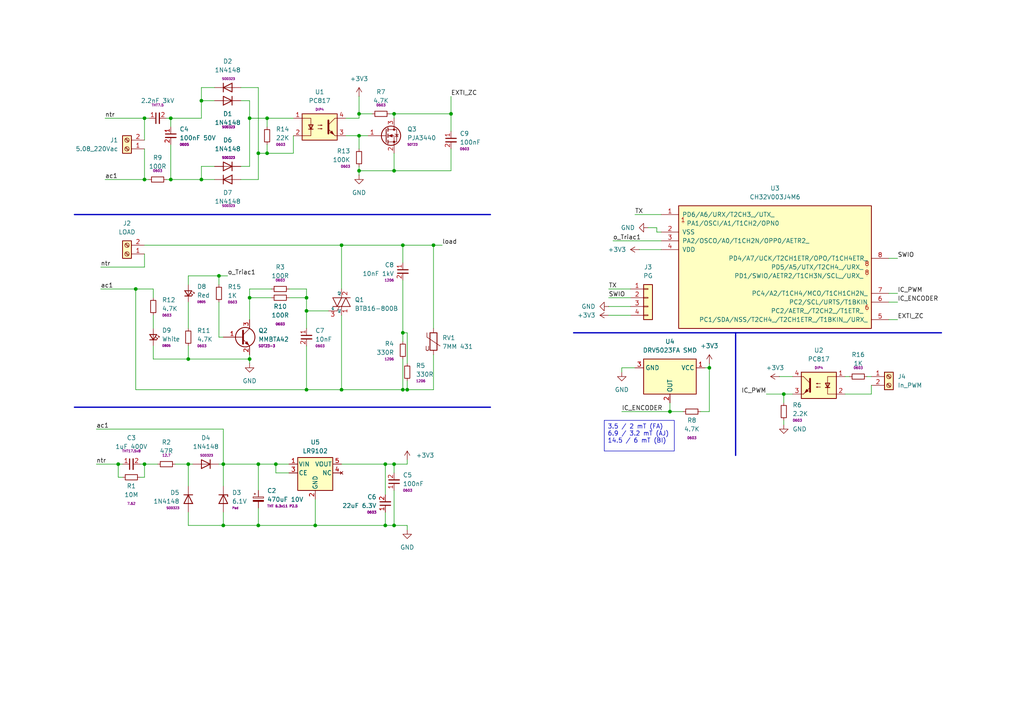
<source format=kicad_sch>
(kicad_sch (version 20250114) (generator "eeschema") (generator_version "9.0")
  (paper "A4")
  (title_block (title "PCutSpeedCTRL") (date "2025-04-01") (rev "V01") (company "hasankara.info"))
  (text_box "3.5 / 2 mT (FA)\n6.9 / 3.2 mT (AJ)\n14.5 / 6 mT (BI)" (at 175.26 121.92 0) (size 20.32 8.89) (margins 0.9525 0.9525 0.9525 0.9525) (effects (font (size 1.27 1.27)) (justify left top)))
  (junction (at 72.39 86.36))
  (junction (at 64.77 134.62))
  (junction (at 114.3 134.62))
  (junction (at 99.06 113.03))
  (junction (at 116.84 71.12))
  (junction (at 104.14 33.02))
  (junction (at 80.01 134.62))
  (junction (at 72.39 104.14))
  (junction (at 39.37 83.82))
  (junction (at 104.14 49.53))
  (junction (at 114.3 49.53))
  (junction (at 118.11 113.03))
  (junction (at 104.14 39.37))
  (junction (at 91.44 152.4))
  (junction (at 111.76 134.62))
  (junction (at 49.53 34.29))
  (junction (at 74.93 152.4))
  (junction (at 58.42 52.07))
  (junction (at 116.84 113.03))
  (junction (at 72.39 34.29))
  (junction (at 125.73 71.12))
  (junction (at 77.47 34.29))
  (junction (at 41.91 34.29))
  (junction (at 227.33 114.3))
  (junction (at 58.42 29.21))
  (junction (at 205.74 106.68))
  (junction (at 88.9 113.03))
  (junction (at 49.53 52.07))
  (junction (at 114.3 33.02))
  (junction (at 54.61 134.62))
  (junction (at 74.93 44.45))
  (junction (at 41.91 134.62))
  (junction (at 54.61 104.14))
  (junction (at 194.31 119.38))
  (junction (at 88.9 86.36))
  (junction (at 114.3 152.4))
  (junction (at 63.5 80.01))
  (junction (at 88.9 90.17))
  (junction (at 74.93 134.62))
  (junction (at 77.47 44.45))
  (junction (at 116.84 96.52))
  (junction (at 111.76 152.4))
  (junction (at 34.29 134.62))
  (junction (at 41.91 52.07))
  (junction (at 99.06 71.12))
  (junction (at 64.77 152.4))
  (junction (at 130.81 33.02))
  (wire (pts (xy 30.48 34.29) (xy 41.91 34.29)))
  (wire (pts (xy 104.14 39.37) (xy 100.33 39.37)))
  (wire (pts (xy 58.42 48.26) (xy 62.23 48.26)))
  (wire (pts (xy 130.81 49.53) (xy 130.81 43.18)))
  (wire (pts (xy 44.45 91.44) (xy 44.45 95.25)))
  (wire (pts (xy 74.93 25.4) (xy 69.85 25.4)))
  (wire (pts (xy 104.14 39.37) (xy 106.68 39.37)))
  (wire (pts (xy 54.61 87.63) (xy 54.61 95.25)))
  (wire (pts (xy 203.2 119.38) (xy 205.74 119.38)))
  (wire (pts (xy 49.53 36.83) (xy 49.53 34.29)))
  (wire (pts (xy 125.73 71.12) (xy 125.73 95.25)))
  (wire (pts (xy 190.5 67.31) (xy 191.77 67.31)))
  (wire (pts (xy 111.76 134.62) (xy 111.76 143.51)))
  (wire (pts (xy 182.88 91.44) (xy 176.53 91.44)))
  (wire (pts (xy 72.39 86.36) (xy 72.39 92.71)))
  (wire (pts (xy 114.3 33.02) (xy 114.3 34.29)))
  (wire (pts (xy 190.5 66.04) (xy 190.5 67.31)))
  (wire (pts (xy 113.03 33.02) (xy 114.3 33.02)))
  (wire (pts (xy 44.45 100.33) (xy 44.45 104.14)))
  (wire (pts (xy 72.39 83.82) (xy 78.74 83.82)))
  (wire (pts (xy 252.73 109.22) (xy 251.46 109.22)))
  (wire (pts (xy 116.84 71.12) (xy 116.84 76.2)))
  (wire (pts (xy 104.14 50.8) (xy 104.14 49.53)))
  (polyline (pts (xy 21.59 62.23) (xy 142.24 62.23)) (stroke (width 0.381)))
  (wire (pts (xy 91.44 152.4) (xy 111.76 152.4)))
  (wire (pts (xy 111.76 148.59) (xy 111.76 152.4)))
  (wire (pts (xy 54.61 80.01) (xy 54.61 82.55)))
  (wire (pts (xy 64.77 124.46) (xy 64.77 134.62)))
  (wire (pts (xy 185.42 72.39) (xy 191.77 72.39)))
  (wire (pts (xy 80.01 134.62) (xy 80.01 137.16)))
  (polyline (pts (xy 213.36 132.08) (xy 213.36 96.52)) (stroke (width 0.381)))
  (wire (pts (xy 80.01 134.62) (xy 83.82 134.62)))
  (wire (pts (xy 227.33 123.19) (xy 227.33 121.92)))
  (wire (pts (xy 72.39 29.21) (xy 72.39 34.29)))
  (wire (pts (xy 74.93 134.62) (xy 74.93 142.24)))
  (wire (pts (xy 72.39 34.29) (xy 72.39 48.26)))
  (wire (pts (xy 116.84 96.52) (xy 116.84 99.06)))
  (wire (pts (xy 54.61 100.33) (xy 54.61 104.14)))
  (wire (pts (xy 72.39 48.26) (xy 69.85 48.26)))
  (wire (pts (xy 77.47 36.83) (xy 77.47 34.29)))
  (wire (pts (xy 27.94 124.46) (xy 64.77 124.46)))
  (wire (pts (xy 54.61 152.4) (xy 54.61 148.59)))
  (wire (pts (xy 74.93 134.62) (xy 80.01 134.62)))
  (wire (pts (xy 54.61 104.14) (xy 72.39 104.14)))
  (wire (pts (xy 180.34 107.95) (xy 180.34 106.68)))
  (wire (pts (xy 194.31 119.38) (xy 198.12 119.38)))
  (wire (pts (xy 118.11 110.49) (xy 118.11 113.03)))
  (wire (pts (xy 72.39 105.41) (xy 72.39 104.14)))
  (wire (pts (xy 58.42 25.4) (xy 58.42 29.21)))
  (wire (pts (xy 104.14 33.02) (xy 104.14 27.94)))
  (wire (pts (xy 72.39 86.36) (xy 78.74 86.36)))
  (wire (pts (xy 125.73 71.12) (xy 128.27 71.12)))
  (wire (pts (xy 118.11 96.52) (xy 116.84 96.52)))
  (wire (pts (xy 130.81 27.94) (xy 130.81 33.02)))
  (wire (pts (xy 74.93 44.45) (xy 74.93 25.4)))
  (wire (pts (xy 99.06 91.44) (xy 99.06 113.03)))
  (wire (pts (xy 64.77 148.59) (xy 64.77 152.4)))
  (wire (pts (xy 77.47 44.45) (xy 85.09 44.45)))
  (wire (pts (xy 227.33 116.84) (xy 227.33 114.3)))
  (wire (pts (xy 226.06 109.22) (xy 229.87 109.22)))
  (wire (pts (xy 62.23 25.4) (xy 58.42 25.4)))
  (wire (pts (xy 49.53 41.91) (xy 49.53 52.07)))
  (polyline (pts (xy 166.37 96.52) (xy 273.05 96.52)) (stroke (width 0.381)))
  (wire (pts (xy 63.5 87.63) (xy 63.5 97.79)))
  (wire (pts (xy 34.29 138.43) (xy 35.56 138.43)))
  (wire (pts (xy 64.77 134.62) (xy 74.93 134.62)))
  (wire (pts (xy 257.81 74.93) (xy 260.35 74.93)))
  (wire (pts (xy 180.34 106.68) (xy 184.15 106.68)))
  (wire (pts (xy 77.47 34.29) (xy 85.09 34.29)))
  (wire (pts (xy 48.26 52.07) (xy 49.53 52.07)))
  (wire (pts (xy 74.93 44.45) (xy 74.93 52.07)))
  (wire (pts (xy 54.61 134.62) (xy 54.61 140.97)))
  (wire (pts (xy 88.9 90.17) (xy 95.25 90.17)))
  (wire (pts (xy 88.9 113.03) (xy 99.06 113.03)))
  (wire (pts (xy 63.5 134.62) (xy 64.77 134.62)))
  (wire (pts (xy 41.91 71.12) (xy 99.06 71.12)))
  (wire (pts (xy 72.39 34.29) (xy 77.47 34.29)))
  (wire (pts (xy 74.93 152.4) (xy 91.44 152.4)))
  (wire (pts (xy 88.9 83.82) (xy 88.9 86.36)))
  (wire (pts (xy 69.85 52.07) (xy 74.93 52.07)))
  (wire (pts (xy 184.15 62.23) (xy 191.77 62.23)))
  (wire (pts (xy 100.33 34.29) (xy 104.14 34.29)))
  (wire (pts (xy 111.76 152.4) (xy 114.3 152.4)))
  (wire (pts (xy 41.91 43.18) (xy 41.91 52.07)))
  (wire (pts (xy 176.53 86.36) (xy 182.88 86.36)))
  (wire (pts (xy 62.23 52.07) (xy 58.42 52.07)))
  (wire (pts (xy 72.39 104.14) (xy 72.39 102.87)))
  (wire (pts (xy 104.14 48.26) (xy 104.14 49.53)))
  (wire (pts (xy 64.77 152.4) (xy 74.93 152.4)))
  (wire (pts (xy 227.33 114.3) (xy 229.87 114.3)))
  (wire (pts (xy 118.11 113.03) (xy 125.73 113.03)))
  (wire (pts (xy 118.11 133.35) (xy 118.11 134.62)))
  (wire (pts (xy 176.53 83.82) (xy 182.88 83.82)))
  (wire (pts (xy 99.06 71.12) (xy 99.06 83.82)))
  (wire (pts (xy 246.38 109.22) (xy 245.11 109.22)))
  (wire (pts (xy 99.06 134.62) (xy 111.76 134.62)))
  (wire (pts (xy 114.3 44.45) (xy 114.3 49.53)))
  (wire (pts (xy 252.73 114.3) (xy 245.11 114.3)))
  (wire (pts (xy 74.93 147.32) (xy 74.93 152.4)))
  (wire (pts (xy 252.73 111.76) (xy 252.73 114.3)))
  (wire (pts (xy 49.53 52.07) (xy 58.42 52.07)))
  (wire (pts (xy 40.64 138.43) (xy 41.91 138.43)))
  (wire (pts (xy 83.82 137.16) (xy 80.01 137.16)))
  (wire (pts (xy 74.93 44.45) (xy 77.47 44.45)))
  (wire (pts (xy 69.85 29.21) (xy 72.39 29.21)))
  (wire (pts (xy 88.9 100.33) (xy 88.9 113.03)))
  (wire (pts (xy 72.39 86.36) (xy 72.39 83.82)))
  (wire (pts (xy 88.9 90.17) (xy 88.9 86.36)))
  (wire (pts (xy 41.91 134.62) (xy 45.72 134.62)))
  (wire (pts (xy 104.14 34.29) (xy 104.14 33.02)))
  (wire (pts (xy 48.26 34.29) (xy 49.53 34.29)))
  (wire (pts (xy 54.61 152.4) (xy 64.77 152.4)))
  (wire (pts (xy 54.61 134.62) (xy 55.88 134.62)))
  (wire (pts (xy 116.84 71.12) (xy 125.73 71.12)))
  (wire (pts (xy 64.77 140.97) (xy 64.77 134.62)))
  (wire (pts (xy 63.5 80.01) (xy 63.5 82.55)))
  (wire (pts (xy 41.91 34.29) (xy 41.91 40.64)))
  (wire (pts (xy 34.29 134.62) (xy 34.29 138.43)))
  (wire (pts (xy 260.35 92.71) (xy 257.81 92.71)))
  (wire (pts (xy 35.56 134.62) (xy 34.29 134.62)))
  (wire (pts (xy 44.45 104.14) (xy 54.61 104.14)))
  (wire (pts (xy 91.44 144.78) (xy 91.44 152.4)))
  (wire (pts (xy 30.48 52.07) (xy 41.91 52.07)))
  (wire (pts (xy 104.14 49.53) (xy 114.3 49.53)))
  (wire (pts (xy 130.81 38.1) (xy 130.81 33.02)))
  (wire (pts (xy 205.74 105.41) (xy 205.74 106.68)))
  (wire (pts (xy 114.3 134.62) (xy 114.3 137.16)))
  (wire (pts (xy 104.14 33.02) (xy 107.95 33.02)))
  (wire (pts (xy 29.21 77.47) (xy 41.91 77.47)))
  (wire (pts (xy 41.91 138.43) (xy 41.91 134.62)))
  (wire (pts (xy 177.8 69.85) (xy 191.77 69.85)))
  (wire (pts (xy 118.11 134.62) (xy 114.3 134.62)))
  (wire (pts (xy 118.11 152.4) (xy 114.3 152.4)))
  (wire (pts (xy 205.74 106.68) (xy 204.47 106.68)))
  (wire (pts (xy 114.3 33.02) (xy 130.81 33.02)))
  (wire (pts (xy 182.88 88.9) (xy 176.53 88.9)))
  (wire (pts (xy 260.35 87.63) (xy 257.81 87.63)))
  (wire (pts (xy 194.31 119.38) (xy 194.31 116.84)))
  (wire (pts (xy 85.09 44.45) (xy 85.09 39.37)))
  (wire (pts (xy 77.47 44.45) (xy 77.47 41.91)))
  (wire (pts (xy 83.82 86.36) (xy 88.9 86.36)))
  (wire (pts (xy 104.14 43.18) (xy 104.14 39.37)))
  (wire (pts (xy 63.5 97.79) (xy 64.77 97.79)))
  (wire (pts (xy 27.94 134.62) (xy 34.29 134.62)))
  (polyline (pts (xy 21.59 118.11) (xy 142.24 118.11)) (stroke (width 0.381)))
  (wire (pts (xy 118.11 113.03) (xy 116.84 113.03)))
  (wire (pts (xy 41.91 77.47) (xy 41.91 73.66)))
  (wire (pts (xy 118.11 153.67) (xy 118.11 152.4)))
  (wire (pts (xy 99.06 113.03) (xy 116.84 113.03)))
  (wire (pts (xy 88.9 95.25) (xy 88.9 90.17)))
  (wire (pts (xy 116.84 104.14) (xy 116.84 113.03)))
  (wire (pts (xy 222.25 114.3) (xy 227.33 114.3)))
  (wire (pts (xy 125.73 113.03) (xy 125.73 102.87)))
  (wire (pts (xy 180.34 119.38) (xy 194.31 119.38)))
  (wire (pts (xy 39.37 113.03) (xy 88.9 113.03)))
  (wire (pts (xy 54.61 80.01) (xy 63.5 80.01)))
  (wire (pts (xy 205.74 106.68) (xy 205.74 119.38)))
  (wire (pts (xy 39.37 83.82) (xy 44.45 83.82)))
  (wire (pts (xy 118.11 105.41) (xy 118.11 96.52)))
  (wire (pts (xy 116.84 81.28) (xy 116.84 96.52)))
  (wire (pts (xy 99.06 71.12) (xy 116.84 71.12)))
  (wire (pts (xy 50.8 134.62) (xy 54.61 134.62)))
  (wire (pts (xy 41.91 134.62) (xy 40.64 134.62)))
  (wire (pts (xy 114.3 49.53) (xy 130.81 49.53)))
  (wire (pts (xy 114.3 142.24) (xy 114.3 152.4)))
  (wire (pts (xy 83.82 83.82) (xy 88.9 83.82)))
  (wire (pts (xy 260.35 85.09) (xy 257.81 85.09)))
  (wire (pts (xy 63.5 80.01) (xy 66.04 80.01)))
  (wire (pts (xy 58.42 29.21) (xy 58.42 34.29)))
  (wire (pts (xy 187.96 66.04) (xy 190.5 66.04)))
  (wire (pts (xy 62.23 29.21) (xy 58.42 29.21)))
  (wire (pts (xy 58.42 48.26) (xy 58.42 52.07)))
  (wire (pts (xy 41.91 52.07) (xy 43.18 52.07)))
  (wire (pts (xy 111.76 134.62) (xy 114.3 134.62)))
  (wire (pts (xy 39.37 83.82) (xy 39.37 113.03)))
  (wire (pts (xy 49.53 34.29) (xy 58.42 34.29)))
  (wire (pts (xy 29.21 83.82) (xy 39.37 83.82)))
  (wire (pts (xy 44.45 83.82) (xy 44.45 86.36)))
  (wire (pts (xy 41.91 34.29) (xy 43.18 34.29)))
  (label "EXTI_ZC" (at 260.35 92.71 0))
  (label "SWIO" (at 176.53 86.36 0))
  (label "o_Triac1" (at 66.04 80.01 0))
  (label "o_Triac1" (at 177.8 69.85 0))
  (label "ntr" (at 30.48 34.29 0))
  (label "IC_ENCODER" (at 180.34 119.38 0))
  (label "SWIO" (at 260.35 74.93 0))
  (label "IC_PWM" (at 222.25 114.3 180))
  (label "ac1" (at 27.94 124.46 0))
  (label "EXTI_ZC" (at 130.81 27.94 0))
  (label "ntr" (at 29.21 77.47 0))
  (label "TX" (at 184.15 62.23 0))
  (label "TX" (at 176.53 83.82 0))
  (label "ac1" (at 29.21 83.82 0))
  (label "load" (at 128.27 71.12 0))
  (label "IC_ENCODER" (at 260.35 87.63 0))
  (label "ac1" (at 30.48 52.07 0))
  (label "IC_PWM" (at 260.35 85.09 0))
  (label "ntr" (at 27.94 134.62 0))
  (symbol (lib_id "Library:1N4148WS-HT") (at 59.69 134.62 180) (unit 1)
    (property "Reference" "D4" (at 59.69 127 0))
    (property "Value" "1N4148" (at 59.69 129.54 0))
    (property "Footprint" "Library:D_SOD-123F-s" (effects (hide yes)))
    (property "Datasheet" "https://cdn.ozdisan.com/ETicaret_Dosya/453557_3726086.pdf" (effects (hide yes)))
    (property "Description" "75V, 150mA, FAST SWITCHING General Purpose Rectifier Diode, SOD323" (effects (hide yes)))
    (property "Part Link" "https://ozdisan.com/Product/Detail/453557/1N4148WS-HT" (effects (hide yes)))
    (property "Part Number" "1N4148WS-HT" (effects (hide yes)))
    (property "Pad" " SOD323" (at 59.69 132.08 0) (effects (font (size 0.635 0.635))))
    (property "Price" "0.014" (effects (hide yes)))
  )
  (symbol (lib_id "Library:LED_0805_White_HL-PSC-2012H233W-HF4") (at 54.61 85.09 270) (mirror x) (unit 1)
    (property "Reference" "D8" (at 57.15 83.1214 90) (effects (justify left)))
    (property "Value" "Red" (at 57.15 85.6614 90) (effects (justify left)))
    (property "Footprint" "Library:LED_0805_2012Metric-s" (effects (hide yes)))
    (property "Description" "Light emitting diode, small symbol" (effects (hide yes)))
    (property "Part Link" "https://ozdisan.com/Product/Detail/490003/HL-PSC-2012H233W-HF4" (effects (hide yes)))
    (property "Part Number" "HL-PSC-2012H233W-HF4" (effects (hide yes)))
    (property "Price" "0.024" (effects (hide yes)))
    (property "Pad" "0805" (at 57.15 87.5665 90) (effects (font (size 0.635 0.635)) (justify left)))
  )
  (symbol (lib_id "Library:R_0603_100R%1") (at 45.72 52.07 90) (unit 1)
    (property "Reference" "R9" (at 45.72 45.72 90))
    (property "Value" "100R" (at 45.72 48.26 90))
    (property "Footprint" "Library:R_0603_1608Metric" (effects (hide yes)))
    (property "Description" "Resistor, small symbol 200ppm" (effects (hide yes)))
    (property "Part Link" "https://ozdisan.com/Product/Detail/341784/0603SAF1000T5E" (effects (hide yes)))
    (property "Part Number" "0603SAF1000T5E" (effects (hide yes)))
    (property "Price" "0.0015" (effects (hide yes)))
    (property "Pad" "0603" (at 45.72 49.53 90) (effects (font (size 0.7 0.7))))
  )
  (symbol (lib_id "Library:C_0805_100nF_50V_X7R") (at 49.53 39.37 0) (unit 1)
    (property "Reference" "C4" (at 52.07 37.4712 0) (effects (justify left)))
    (property "Value" "100nF 50V" (at 52.07 40.0112 0) (effects (justify left)))
    (property "Footprint" "Library:C_0805_2012Metric_SmallPad" (effects (hide yes)))
    (property "Datasheet" "Datasheet" (effects (hide yes)))
    (property "Description" "Unpolarized capacitor, small symbol" (effects (hide yes)))
    (property "Pad" "0805" (at 52.07 41.9163 0) (effects (font (size 0.7 0.7)) (justify left)))
    (property "Part Link" "https://ozdisan.com/Product/Detail/497698/CC0805KRX7R9BB104" (effects (hide yes)))
    (property "Part Number" "CC0805KRX7R9BB104" (effects (hide yes)))
    (property "Price" "0.006" (effects (hide yes)))
  )
  (symbol (lib_id "Library:C_0603_10nF_50V_X7R") (at 88.9 97.79 0) (unit 1)
    (property "Reference" "C7" (at 91.44 95.8912 0) (effects (justify left)))
    (property "Value" "10nF" (at 91.44 98.4312 0) (effects (justify left)))
    (property "Footprint" "Library:C_0603_1608Metric_SlimPad" (effects (hide yes)))
    (property "Datasheet" "Datasheet" (effects (hide yes)))
    (property "Description" "Unpolarized capacitor, small symbol" (effects (hide yes)))
    (property "Pad" "0603" (at 91.44 100.3363 0) (effects (font (size 0.7 0.7)) (justify left)))
    (property "Part Link" "https://ozdisan.com/Product/Detail/9649/CL10B103KB8NNNC" (effects (hide yes)))
    (property "Part Number" "CL10B103KB8NNNC" (effects (hide yes)))
    (property "Price" "0.006" (effects (hide yes)))
  )
  (symbol (lib_id "Library:C_0603_100nF_50V_X7R") (at 114.3 139.7 180) (unit 1)
    (property "Reference" "C5" (at 116.84 137.7885 0) (effects (justify right)))
    (property "Value" "100nF" (at 116.84 140.3285 0) (effects (justify right)))
    (property "Footprint" "Library:C_0603_1608Metric_SlimPad" (effects (hide yes)))
    (property "Datasheet" "Datasheet" (effects (hide yes)))
    (property "Description" "Unpolarized capacitor, small symbol" (effects (hide yes)))
    (property "Pad" "0603" (at 116.84 142.2336 0) (effects (font (size 0.7 0.7)) (justify right)))
    (property "Part Link" "https://ozdisan.com/Product/Detail/476015/CC0603KRX7R9BB104" (effects (hide yes)))
    (property "Part Number" "CC0603KRX7R9BB104" (effects (hide yes)))
    (property "Price" "0.006" (effects (hide yes)))
  )
  (symbol (lib_id "Library:R_0603_100R%1") (at 81.28 86.36 90) (unit 1)
    (property "Reference" "R10" (at 81.28 88.9 90))
    (property "Value" "100R" (at 81.28 91.44 90))
    (property "Footprint" "Library:R_0603_1608Metric" (effects (hide yes)))
    (property "Description" "Resistor, small symbol 200ppm" (effects (hide yes)))
    (property "Part Link" "https://ozdisan.com/Product/Detail/341784/0603SAF1000T5E" (effects (hide yes)))
    (property "Part Number" "0603SAF1000T5E" (effects (hide yes)))
    (property "Price" "0.0015" (effects (hide yes)))
    (property "Pad" "0603" (at 81.28 93.98 90) (effects (font (size 0.7 0.7))))
  )
  (symbol (lib_id "Library:Varistor-7mm431") (at 125.73 99.06 0) (unit 1)
    (property "Reference" "RV1" (at 128.27 97.9832 0) (effects (justify left)))
    (property "Value" "7MM 431" (at 128.27 100.5232 0) (effects (justify left)))
    (property "Footprint" "Library:RV_Disc_D15.5mm_W5.4mm_P7.5mm_Spec" (effects (hide yes)))
    (property "Description" "Voltage dependent resistor" (effects (hide yes)))
    (property "Part Link" "https://ozdisan.com/Product/Detail/339778/TVR07431KSABY" (effects (hide yes)))
    (property "Part Number" "TVR07431KSABY" (effects (hide yes)))
    (property "Price" "0.05" (effects (hide yes)))
  )
  (symbol (lib_id "Library:BTB16-800B") (at 99.06 87.63 0) (unit 1)
    (property "Reference" "Q1" (at 102.87 86.9441 0) (effects (justify left)))
    (property "Value" "BTB16-800B" (at 102.87 89.4841 0) (effects (justify left)))
    (property "Footprint" "Library:TO-220-3_Vertical_HV_TO247_Applied" (effects (hide yes)))
    (property "Datasheet" "https://www.st.com/resource/en/datasheet/bta16.pdf" (effects (hide yes)))
    (property "Description" "16A RMS, 800V Off-State Voltage, 50mA Sensitivity, Non-Insulated, Triac, TO-220" (effects (hide yes)))
    (property "Part Link" "https://www.direnc.net/btb16-800-triac-800v-16a-snubberless-triac-to-220ab" (effects (hide yes)))
    (property "Price" "0.48" (effects (hide yes)))
  )
  (symbol (lib_id "Library:R_0603_4.7K%1") (at 200.66 119.38 90) (mirror x) (unit 1)
    (property "Reference" "R8" (at 200.66 121.92 90))
    (property "Value" "4.7K" (at 200.66 124.46 90))
    (property "Footprint" "Library:R_0603_1608Metric" (effects (hide yes)))
    (property "Description" "RES.(1608) 0603 4.7K Ohms 1% 1/10W 100PPM SMT" (effects (hide yes)))
    (property "Pad" "0603" (at 200.66 127 90) (effects (font (size 0.7 0.7))))
    (property "Part Link" "https://ozdisan.com/Product/Detail/494590/RC0603FR-074K7L" (effects (hide yes)))
    (property "Part Number" "RC0603FR-074K7L" (effects (hide yes)))
    (property "Price" "0.0018" (effects (hide yes)))
  )
  (symbol (lib_id "power:+3V3") (at 176.53 91.44 90) (unit 1)
    (property "Reference" "#PWR06" (effects (hide yes)))
    (property "Value" "+3V3" (at 172.72 91.4399 90) (effects (justify left)))
    (property "Description" "Power symbol creates a global label with name \"+3V3\"" (effects (hide yes)))
  )
  (symbol (lib_id "Library:R_0603_2.2K%1") (at 227.33 119.38 0) (mirror y) (unit 1)
    (property "Reference" "R6" (at 229.87 117.4749 0) (effects (justify right)))
    (property "Value" "2.2K" (at 229.87 120.0149 0) (effects (justify right)))
    (property "Footprint" "Library:R_0603_1608Metric" (effects (hide yes)))
    (property "Datasheet" "Datasheet" (effects (hide yes)))
    (property "Description" "Resistor, small symbol" (effects (hide yes)))
    (property "Part Number" "RC0603FR-072K2L" (effects (hide yes)))
    (property "Part Link" "https://ozdisan.com/Product/Detail/513363/RC0603FR-072K2L" (effects (hide yes)))
    (property "Price" "0.002" (effects (hide yes)))
    (property "Pad" "0603" (at 229.87 121.92 0) (effects (font (size 0.7 0.7)) (justify right)))
  )
  (symbol (lib_id "Library:MMBTA42") (at 69.85 97.79 0) (unit 1)
    (property "Reference" "Q2" (at 74.93 95.8849 0) (effects (justify left)))
    (property "Value" "MMBTA42" (at 74.93 98.4249 0) (effects (justify left)))
    (property "Footprint" "Library:SOT-23-3-s" (effects (hide yes)))
    (property "Datasheet" "http://www.onsemi.com/pub_link/Collateral/MPSA44-D.PDF" (effects (hide yes)))
    (property "Description" "0.5A Ic, 300V Vce, NPN High Voltage 350mW Transistor, SOT23-3" (effects (hide yes)))
    (property "Part Link" "https://ozdisan.com/Product/Detail/348651/MMBTA42R100001" (effects (hide yes)))
    (property "Part Number" "MMBTA42_R1_00001" (effects (hide yes)))
    (property "Price" "0.03" (effects (hide yes)))
    (property "Pad" "SOT23-3" (at 74.93 100.33 0) (effects (font (size 0.7 0.7)) (justify left)))
  )
  (symbol (lib_id "Library:Screw_Terminal_01x02") (at 257.81 109.22 0) (unit 1)
    (property "Reference" "J4" (at 260.35 109.2199 0) (effects (justify left)))
    (property "Value" "In_PWM" (at 260.35 111.7599 0) (effects (justify left)))
    (property "Footprint" "Library:TerminalBlock_4Ucon_1x02_P3.50mm_Horizontal" (effects (hide yes)))
    (property "Description" "Generic screw terminal, single row, 01x02, script generated (kicad-library-utils/schlib/autogen/connector/)" (effects (hide yes)))
    (property "Part Link" "https://ozdisan.com/Product/Detail/707708/15EDGVC-3-5-02P-12-00AH" (effects (hide yes)))
    (property "Part Number" "15EDGVC-3.5-02P-12-00AH" (effects (hide yes)))
    (property "Price" "0.1" (effects (hide yes)))
  )
  (symbol (lib_id "power:GND") (at 180.34 107.95 0) (mirror y) (unit 1)
    (property "Reference" "#PWR08" (effects (hide yes)))
    (property "Value" "GND" (at 180.34 113.03 0))
    (property "Description" "Power symbol creates a global label with name \"GND\" , ground" (effects (hide yes)))
  )
  (symbol (lib_id "Library:C_0603_100nF_50V_X7R") (at 130.81 40.64 0) (unit 1)
    (property "Reference" "C9" (at 133.35 38.7412 0) (effects (justify left)))
    (property "Value" "100nF" (at 133.35 41.2812 0) (effects (justify left)))
    (property "Footprint" "Library:C_0603_1608Metric_SlimPad" (effects (hide yes)))
    (property "Datasheet" "Datasheet" (effects (hide yes)))
    (property "Description" "Unpolarized capacitor, small symbol" (effects (hide yes)))
    (property "Pad" "0603" (at 133.35 43.1863 0) (effects (font (size 0.7 0.7)) (justify left)))
    (property "Part Link" "https://ozdisan.com/Product/Detail/476015/CC0603KRX7R9BB104" (effects (hide yes)))
    (property "Part Number" "CC0603KRX7R9BB104" (effects (hide yes)))
    (property "Price" "0.006" (effects (hide yes)))
  )
  (symbol (lib_id "Library:PJA3440_R2_00001") (at 111.76 39.37 0) (unit 1)
    (property "Reference" "Q3" (at 118.11 37.4649 0) (effects (justify left)))
    (property "Value" "PJA3440" (at 118.11 40.0049 0) (effects (justify left)))
    (property "Footprint" "Library:SOT-23-3-s" (effects (hide yes)))
    (property "Datasheet" "https://www.onsemi.com/pub/Collateral/BSS138-D.PDF" (effects (hide yes)))
    (property "Description" "MOSFET DIS.4.3A 40V N-CH SOT23 ENHANCEMENT SMT" (effects (hide yes)))
    (property "Part Link" "https://ozdisan.com/Product/Detail/517995/PJA3440R200001" (effects (hide yes)))
    (property "Part Number" "PJA3440_R2_00001" (effects (hide yes)))
    (property "Price" "0.1" (effects (hide yes)))
    (property "Pad" "SOT23" (at 118.11 41.91 0) (effects (font (size 0.635 0.635)) (justify left)))
    (property "Sim.Device" "NMOS" (effects (hide yes)))
    (property "Sim.Type" "VDMOS" (effects (hide yes)))
    (property "Sim.Pins" "1=D 2=G 3=S" (effects (hide yes)))
  )
  (symbol (lib_id "power:+3V3") (at 205.74 105.41 0) (unit 1)
    (property "Reference" "#PWR010" (effects (hide yes)))
    (property "Value" "+3V3" (at 205.74 100.33 0))
    (property "Description" "Power symbol creates a global label with name \"+3V3\"" (effects (hide yes)))
  )
  (symbol (lib_id "Library:R_0603_4.7K%1") (at 44.45 88.9 0) (mirror x) (unit 1)
    (property "Reference" "R12" (at 46.99 86.9949 0) (effects (justify left)))
    (property "Value" "4.7K" (at 46.99 89.5349 0) (effects (justify left)))
    (property "Footprint" "Library:R_0603_1608Metric" (effects (hide yes)))
    (property "Description" "RES.(1608) 0603 4.7K Ohms 1% 1/10W 100PPM SMT" (effects (hide yes)))
    (property "Pad" "0603" (at 46.99 91.44 0) (effects (font (size 0.7 0.7)) (justify left)))
    (property "Part Link" "https://ozdisan.com/Product/Detail/494590/RC0603FR-074K7L" (effects (hide yes)))
    (property "Part Number" "RC0603FR-074K7L" (effects (hide yes)))
    (property "Price" "0.0018" (effects (hide yes)))
  )
  (symbol (lib_id "Library:C_CER_THT7.5_2.2nF_3kV_%10") (at 45.72 34.29 90) (unit 1)
    (property "Reference" "C1" (effects (hide yes)))
    (property "Value" "2.2nF 3kV" (at 45.7263 29.21 90))
    (property "Footprint" "Library:C_Disc_D7.5mm_W5.0mm_P7.50mm" (effects (hide yes)))
    (property "Description" "CAP.CER.2200PF 3KV RADIAL" (effects (hide yes)))
    (property "Part Link" "https://ozdisan.com/Product/Detail/994897/CK45-B3FD222KYNNA" (effects (hide yes)))
    (property "Part Number" "CK45-B3FD222KYNNA" (effects (hide yes)))
    (property "Price" "0.35" (effects (hide yes)))
    (property "Pad" "THT7.5" (at 45.7263 30.48 90) (effects (font (size 0.7 0.7))))
  )
  (symbol (lib_id "Library:D_Zener") (at 64.77 144.78 270) (unit 1)
    (property "Reference" "D3" (at 67.31 142.8749 90) (effects (justify left)))
    (property "Value" "6.1V" (at 67.31 145.4149 90) (effects (justify left)))
    (property "Footprint" "Library:D_SOD-123F-s" (effects (hide yes)))
    (property "Datasheet" "Datasheet" (effects (hide yes)))
    (property "Description" "Zener diode" (effects (hide yes)))
    (property "Part Link" "https://ozdisan.com/Product/Detail/14547/ZMD6-2" (effects (hide yes)))
    (property "Part Number" "ZMD6.2" (effects (hide yes)))
    (property "Price" "0.05" (effects (hide yes)))
    (property "Pad" "Pad" (at 67.31 147.32 90) (effects (font (size 0.635 0.635)) (justify left)))
  )
  (symbol (lib_id "Library:UPC817CG-D04-T") (at 92.71 36.83 0) (unit 1)
    (property "Reference" "U1" (at 92.71 26.67 0))
    (property "Value" "PC817" (at 92.71 29.21 0))
    (property "Footprint" "Library:DIP-4_W7.62mm" (effects (hide yes)))
    (property "Datasheet" "http://www.soselectronic.cz/a_info/resource/d/pc817.pdf" (effects (hide yes)))
    (property "Description" "DC Optocoupler, Vce 35V, CTR 50-300%, DIP-4" (effects (hide yes)))
    (property "Part Link" "https://ozdisan.com/Product/Detail/502879/UPC817CG-D04-T" (effects (hide yes)))
    (property "Part Number" "UPC817CG-D04-T" (effects (hide yes)))
    (property "Price" "0.08" (effects (hide yes)))
    (property "Pad" "DIP4" (at 92.71 31.75 0) (effects (font (size 0.7 0.7))))
  )
  (symbol (lib_id "Library:DRV5023xxQDBZ") (at 194.31 109.22 270) (unit 1)
    (property "Reference" "U4" (at 194.31 99.06 90))
    (property "Value" "DRV5023FA SMD" (at 194.31 101.6 90))
    (property "Footprint" "Library:SOT-23-3-s" (effects (hide yes)))
    (property "Datasheet" "https://www.ti.com/lit/ds/symlink/drv5023.pdf?ts=1685835066374" (effects (hide yes)))
    (property "Description" "30-kHz, 2.5 to 38V SOT23-3 , xx=> 3.5/2 mT (FA)_6.9/3.2 mT (AJ)_14.5 / 6 mT (BI)" (effects (hide yes)))
    (property "Part Link" "https://www.digikey.com/en/products/detail/texas-instruments/DRV5023AJQDBZRQ1/5056028" (effects (hide yes)))
    (property "Part Number" "296-49623-1-ND" (effects (hide yes)))
    (property "Price" "0.8" (effects (hide yes)))
  )
  (symbol (lib_id "Library:1N4148WS-HT") (at 54.61 144.78 270) (unit 1)
    (property "Reference" "D5" (at 52.07 142.8749 90) (effects (justify right)))
    (property "Value" "1N4148" (at 52.07 145.4149 90) (effects (justify right)))
    (property "Footprint" "Library:D_SOD-123F-s" (effects (hide yes)))
    (property "Datasheet" "https://cdn.ozdisan.com/ETicaret_Dosya/453557_3726086.pdf" (effects (hide yes)))
    (property "Description" "75V, 150mA, FAST SWITCHING General Purpose Rectifier Diode, SOD323" (effects (hide yes)))
    (property "Part Link" "https://ozdisan.com/Product/Detail/453557/1N4148WS-HT" (effects (hide yes)))
    (property "Part Number" "1N4148WS-HT" (effects (hide yes)))
    (property "Pad" " SOD323" (at 52.07 147.32 90) (effects (font (size 0.635 0.635)) (justify right)))
    (property "Price" "0.014" (effects (hide yes)))
  )
  (symbol (lib_id "Library:C_POL_THT17.5x8_H14_P15_1uF_400V_%5") (at 38.1 134.62 90) (unit 1)
    (property "Reference" "C3" (at 38.1063 127 90))
    (property "Value" "1uF 400V" (at 38.1063 129.54 90))
    (property "Footprint" "Library:C_Rect_L18.0mm_W8.0mm_P15.00mm_FKS3_FKP3" (effects (hide yes)))
    (property "Description" "CAP.POL.330nF 305VAC 15MM 10% X2 MKP BULK FARATRON" (effects (hide yes)))
    (property "Part Link" "https://www.motorobit.com/1uf-400vdc-15mm-damla-tipi-polyester-kondansator" (effects (hide yes)))
    (property "Part Number" "KOM.KND.03.000133" (effects (hide yes)))
    (property "Price" "0.1" (effects (hide yes)))
    (property "Pad" "THT17.5x8" (at 38.1063 130.81 90) (effects (font (size 0.7 0.7))))
  )
  (symbol (lib_id "Library:R_0603_1K%1") (at 248.92 109.22 270) (mirror x) (unit 1)
    (property "Reference" "R16" (at 248.92 102.87 90))
    (property "Value" "1K" (at 248.92 105.41 90))
    (property "Footprint" "Library:R_0603_1608Metric" (effects (hide yes)))
    (property "Description" "Resistor, small symbol" (effects (hide yes)))
    (property "Part Link" "https://ozdisan.com/Product/Detail/341789/0603SAF1001T5E" (effects (hide yes)))
    (property "Part Number" "0603SAF1001T5E" (effects (hide yes)))
    (property "Price" "0.0015" (effects (hide yes)))
    (property "Pad" "0603" (at 248.92 106.68 90) (effects (font (size 0.7 0.7))))
  )
  (symbol (lib_id "Library:1N4148WS-HT") (at 66.04 52.07 0) (unit 1)
    (property "Reference" "D7" (at 66.04 55.88 0))
    (property "Value" "1N4148" (at 66.04 58.42 0))
    (property "Footprint" "Library:D_SOD-123F-s" (effects (hide yes)))
    (property "Datasheet" "https://cdn.ozdisan.com/ETicaret_Dosya/453557_3726086.pdf" (effects (hide yes)))
    (property "Description" "75V, 150mA, FAST SWITCHING General Purpose Rectifier Diode, SOD323" (effects (hide yes)))
    (property "Part Link" "https://ozdisan.com/Product/Detail/453557/1N4148WS-HT" (effects (hide yes)))
    (property "Part Number" "1N4148WS-HT" (effects (hide yes)))
    (property "Pad" " SOD323" (at 66.04 59.69 0) (effects (font (size 0.635 0.635))))
    (property "Price" "0.014" (effects (hide yes)))
  )
  (symbol (lib_id "power:GND") (at 72.39 105.41 0) (mirror y) (unit 1)
    (property "Reference" "#PWR02" (effects (hide yes)))
    (property "Value" "GND" (at 72.39 110.49 0))
    (property "Description" "Power symbol creates a global label with name \"GND\" , ground" (effects (hide yes)))
  )
  (symbol (lib_id "power:GND") (at 104.14 50.8 0) (mirror y) (unit 1)
    (property "Reference" "#PWR04" (effects (hide yes)))
    (property "Value" "GND" (at 104.14 55.88 0))
    (property "Description" "Power symbol creates a global label with name \"GND\" , ground" (effects (hide yes)))
  )
  (symbol (lib_id "Library:R_0603_100K%1") (at 104.14 45.72 0) (unit 1)
    (property "Reference" "R13" (at 101.6 43.8149 0) (effects (justify right)))
    (property "Value" "100K" (at 101.6 46.3549 0) (effects (justify right)))
    (property "Footprint" "Library:R_0603_1608Metric" (effects (hide yes)))
    (property "Description" "Resistor, small symbol" (effects (hide yes)))
    (property "Pad" "0603" (at 101.6 48.26 0) (effects (font (size 0.7 0.7)) (justify right)))
    (property "Part Link" "https://ozdisan.com/Product/Detail/339374/0603SAF1003T5E" (effects (hide yes)))
    (property "Part Number" "0603SAF1003T5E" (effects (hide yes)))
    (property "Price" "0.0015" (effects (hide yes)))
  )
  (symbol (lib_id "Library:R_Small") (at 48.26 134.62 90) (unit 1)
    (property "Reference" "R2" (at 48.26 128.27 90))
    (property "Value" "47R" (at 48.26 130.81 90))
    (property "Footprint" "Library:R_Axial_DIN0309_L9.0mm_D3.2mm_P2.54mm_Vertical" (effects (hide yes)))
    (property "Datasheet" "Datasheet" (effects (hide yes)))
    (property "Description" "Resistor, small symbol" (effects (hide yes)))
    (property "Part Link" "Part Link" (effects (hide yes)))
    (property "Part Number" "Part Number" (effects (hide yes)))
    (property "Price" "Price" (effects (hide yes)))
    (property "Pad" "12.7" (at 48.26 132.08 90) (effects (font (size 0.7 0.7))))
  )
  (symbol (lib_id "power:+3V3") (at 104.14 27.94 0) (unit 1)
    (property "Reference" "#PWR022" (effects (hide yes)))
    (property "Value" "+3V3" (at 104.14 22.86 0))
    (property "Description" "Power symbol creates a global label with name \"+3V3\"" (effects (hide yes)))
  )
  (symbol (lib_id "Library:1N4148WS-HT") (at 66.04 48.26 180) (unit 1)
    (property "Reference" "D6" (at 66.04 40.64 0))
    (property "Value" "1N4148" (at 66.04 43.18 0))
    (property "Footprint" "Library:D_SOD-123F-s" (effects (hide yes)))
    (property "Datasheet" "https://cdn.ozdisan.com/ETicaret_Dosya/453557_3726086.pdf" (effects (hide yes)))
    (property "Description" "75V, 150mA, FAST SWITCHING General Purpose Rectifier Diode, SOD323" (effects (hide yes)))
    (property "Part Link" "https://ozdisan.com/Product/Detail/453557/1N4148WS-HT" (effects (hide yes)))
    (property "Part Number" "1N4148WS-HT" (effects (hide yes)))
    (property "Pad" " SOD323" (at 66.04 45.72 0) (effects (font (size 0.635 0.635))))
    (property "Price" "0.014" (effects (hide yes)))
  )
  (symbol (lib_id "power:GND") (at 176.53 88.9 270) (unit 1)
    (property "Reference" "#PWR012" (effects (hide yes)))
    (property "Value" "GND" (at 172.72 88.8999 90) (effects (justify right)))
    (property "Description" "Power symbol creates a global label with name \"GND\" , ground" (effects (hide yes)))
  )
  (symbol (lib_id "Library:R_0603_100R%1") (at 81.28 83.82 90) (unit 1)
    (property "Reference" "R3" (at 81.28 77.47 90))
    (property "Value" "100R" (at 81.28 80.01 90))
    (property "Footprint" "Library:R_0603_1608Metric" (effects (hide yes)))
    (property "Description" "Resistor, small symbol 200ppm" (effects (hide yes)))
    (property "Part Link" "https://ozdisan.com/Product/Detail/341784/0603SAF1000T5E" (effects (hide yes)))
    (property "Part Number" "0603SAF1000T5E" (effects (hide yes)))
    (property "Price" "0.0015" (effects (hide yes)))
    (property "Pad" "0603" (at 81.28 81.28 90) (effects (font (size 0.7 0.7))))
  )
  (symbol (lib_id "Library:R_0603_4.7K%1") (at 54.61 97.79 0) (mirror x) (unit 1)
    (property "Reference" "R11" (at 57.15 95.8849 0) (effects (justify left)))
    (property "Value" "4.7K" (at 57.15 98.4249 0) (effects (justify left)))
    (property "Footprint" "Library:R_0603_1608Metric" (effects (hide yes)))
    (property "Description" "RES.(1608) 0603 4.7K Ohms 1% 1/10W 100PPM SMT" (effects (hide yes)))
    (property "Pad" "0603" (at 57.15 100.33 0) (effects (font (size 0.7 0.7)) (justify left)))
    (property "Part Link" "https://ozdisan.com/Product/Detail/494590/RC0603FR-074K7L" (effects (hide yes)))
    (property "Part Number" "RC0603FR-074K7L" (effects (hide yes)))
    (property "Price" "0.0018" (effects (hide yes)))
  )
  (symbol (lib_id "power:+3V3") (at 185.42 72.39 90) (unit 1)
    (property "Reference" "#PWR03" (effects (hide yes)))
    (property "Value" "+3V3" (at 181.61 72.3899 90) (effects (justify left)))
    (property "Description" "Power symbol creates a global label with name \"+3V3\"" (effects (hide yes)))
  )
  (symbol (lib_name "CH32V003J4M6_1") (lib_id "Library:CH32V003J4M6") (at 224.79 73.66 0) (unit 1)
    (property "Reference" "U3" (at 224.79 54.61 0))
    (property "Value" "CH32V003J4M6" (at 224.79 57.15 0))
    (property "Footprint" "Library:SO-8_3.9x4.9mm_P1.27mm" (effects (hide yes)))
    (property "Description" "48Mhz, 32-bit RISC-V, 2KB SRAM, 16KB CodeFlash, 1920B BootLoader 64B nvm SO-8" (effects (hide yes)))
    (property "Part Link" "https://aliexpress.com/item/1005005263084570.html" (effects (hide yes)))
    (property "Part Number" "CH32V003J4M6" (effects (hide yes)))
    (property "Price" "0.35" (effects (hide yes)))
  )
  (symbol (lib_id "Library:1N4148WS-HT") (at 66.04 25.4 0) (unit 1)
    (property "Reference" "D2" (at 66.04 17.78 0))
    (property "Value" "1N4148" (at 66.04 20.32 0))
    (property "Footprint" "Library:D_SOD-123F-s" (effects (hide yes)))
    (property "Datasheet" "https://cdn.ozdisan.com/ETicaret_Dosya/453557_3726086.pdf" (effects (hide yes)))
    (property "Description" "75V, 150mA, FAST SWITCHING General Purpose Rectifier Diode, SOD323" (effects (hide yes)))
    (property "Part Link" "https://ozdisan.com/Product/Detail/453557/1N4148WS-HT" (effects (hide yes)))
    (property "Part Number" "1N4148WS-HT" (effects (hide yes)))
    (property "Pad" " SOD323" (at 66.04 22.86 0) (effects (font (size 0.635 0.635))))
    (property "Price" "0.014" (effects (hide yes)))
  )
  (symbol (lib_name "R_1206_330R%1_100PPM_1") (lib_id "Library:R_1206_330R%1_100PPM_1") (at 118.11 107.95 0) (unit 1)
    (property "Reference" "R5" (at 120.65 106.0449 0) (effects (justify left)))
    (property "Value" "330R" (at 120.65 108.5849 0) (effects (justify left)))
    (property "Footprint" "Library:R_1206_3216Metric_SlimPad" (effects (hide yes)))
    (property "Datasheet" "Datasheet" (effects (hide yes)))
    (property "Description" "RES.(3216) 1206 0 Ohms 1% 1/4W-S 800PPM" (effects (hide yes)))
    (property "Part Link" "https://ozdisan.com/Product/Detail/30259/1206S4F3300T5E" (effects (hide yes)))
    (property "Part Number" "1206S4F3300T5E" (effects (hide yes)))
    (property "Price" "0.0039" (effects (hide yes)))
    (property "Pad" "1206" (at 120.65 110.49 0) (effects (font (size 0.7 0.7)) (justify left)))
  )
  (symbol (lib_name "R_1206_330R%1_100PPM_1") (lib_id "Library:R_1206_330R%1_100PPM_1") (at 116.84 101.6 0) (unit 1)
    (property "Reference" "R4" (at 114.3 99.6949 0) (effects (justify right)))
    (property "Value" "330R" (at 114.3 102.2349 0) (effects (justify right)))
    (property "Footprint" "Library:R_1206_3216Metric_SlimPad" (effects (hide yes)))
    (property "Datasheet" "Datasheet" (effects (hide yes)))
    (property "Description" "RES.(3216) 1206 0 Ohms 1% 1/4W-S 800PPM" (effects (hide yes)))
    (property "Part Link" "https://ozdisan.com/Product/Detail/30259/1206S4F3300T5E" (effects (hide yes)))
    (property "Part Number" "1206S4F3300T5E" (effects (hide yes)))
    (property "Price" "0.0039" (effects (hide yes)))
    (property "Pad" "1206" (at 114.3 104.14 0) (effects (font (size 0.7 0.7)) (justify right)))
  )
  (symbol (lib_id "Library:R_Small") (at 38.1 138.43 90) (unit 1)
    (property "Reference" "R1" (at 38.1 140.97 90))
    (property "Value" "10M" (at 38.1 143.51 90))
    (property "Footprint" "Library:R_Axial_DIN0207_L6.3mm_D2.5mm_P15.24mm_Horizontal" (effects (hide yes)))
    (property "Datasheet" "Datasheet" (effects (hide yes)))
    (property "Description" "Resistor, small symbol" (effects (hide yes)))
    (property "Part Link" "Part Link" (effects (hide yes)))
    (property "Part Number" "Part Number" (effects (hide yes)))
    (property "Price" "Price" (effects (hide yes)))
    (property "Pad" "7.62" (at 38.1 146.05 90) (effects (font (size 0.7 0.7))))
  )
  (symbol (lib_id "Library:R_0603_1K%1") (at 63.5 85.09 0) (unit 1)
    (property "Reference" "R15" (at 66.04 83.1849 0) (effects (justify left)))
    (property "Value" "1K" (at 66.04 85.7249 0) (effects (justify left)))
    (property "Footprint" "Library:R_0603_1608Metric" (effects (hide yes)))
    (property "Description" "Resistor, small symbol" (effects (hide yes)))
    (property "Part Link" "https://ozdisan.com/Product/Detail/341789/0603SAF1001T5E" (effects (hide yes)))
    (property "Part Number" "0603SAF1001T5E" (effects (hide yes)))
    (property "Price" "0.0015" (effects (hide yes)))
    (property "Pad" "0603" (at 66.04 87.63 0) (effects (font (size 0.7 0.7)) (justify left)))
  )
  (symbol (lib_id "Library:CP_Rad_D6.3mm_H11.0mm_P2.50mm_470uF_10V_105C_1000HRS") (at 74.93 144.78 0) (unit 1)
    (property "Reference" "C2" (at 77.47 142.3288 0) (effects (justify left)))
    (property "Value" "470uF 10V" (at 77.47 144.8688 0) (effects (justify left)))
    (property "Footprint" "Library:CP_Radial_D6.3mm_H11.0mm_P2.50mm" (effects (hide yes)))
    (property "Datasheet" "Datasheet" (effects (hide yes)))
    (property "Description" "Polarized capacitor, small symbol" (effects (hide yes)))
    (property "Part Number" "PKLH-010V471ME110-T2.5" (effects (hide yes)))
    (property "Part Link" "https://ozdisan.com/Product/Detail/1046555/PKLH-010V471ME110-T2-5" (effects (hide yes)))
    (property "Price" "0.05" (effects (hide yes)))
    (property "Pad" "THT 6.3x11 P2.5" (at 77.47 146.7739 0) (effects (font (size 0.7 0.7)) (justify left)))
  )
  (symbol (lib_id "Library:R_0603_4.7K%1") (at 110.49 33.02 90) (unit 1)
    (property "Reference" "R7" (at 110.49 26.67 90))
    (property "Value" "4.7K" (at 110.49 29.21 90))
    (property "Footprint" "Library:R_0603_1608Metric" (effects (hide yes)))
    (property "Description" "RES.(1608) 0603 4.7K Ohms 1% 1/10W 100PPM SMT" (effects (hide yes)))
    (property "Pad" "0603" (at 110.49 30.48 90) (effects (font (size 0.7 0.7))))
    (property "Part Link" "https://ozdisan.com/Product/Detail/494590/RC0603FR-074K7L" (effects (hide yes)))
    (property "Part Number" "RC0603FR-074K7L" (effects (hide yes)))
    (property "Price" "0.0018" (effects (hide yes)))
  )
  (symbol (lib_id "Library:LDO_LR9102") (at 91.44 137.16 0) (unit 1)
    (property "Reference" "U5" (at 91.44 128.27 0))
    (property "Value" "LR9102" (at 91.44 130.81 0))
    (property "Footprint" "Library:TSOT-23-5_SlimPad" (effects (hide yes)))
    (property "Datasheet" "https://datasheetspdf.com/pdf-file/993412/UTC/LR9102/1" (effects (hide yes)))
    (property "Description" "300mA LOW NOISE Low Dropout Voltage Regulator, Fixed Output 3.3V, TSOT-23-5" (effects (hide yes)))
    (property "Part Link" "https://ozdisan.com/Product/Detail/700883/LR9102G-33-AF5-R" (effects (hide yes)))
    (property "Part Number" "LR9102G-33-AF5-R" (effects (hide yes)))
    (property "Price" "0.09" (effects (hide yes)))
  )
  (symbol (lib_id "power:GND") (at 118.11 153.67 0) (mirror y) (unit 1)
    (property "Reference" "#PWR01" (effects (hide yes)))
    (property "Value" "GND" (at 118.11 158.75 0))
    (property "Description" "Power symbol creates a global label with name \"GND\" , ground" (effects (hide yes)))
  )
  (symbol (lib_id "Library:Screw_Terminal_01x02") (at 36.83 43.18 180) (unit 1)
    (property "Reference" "J1" (at 34.29 40.6399 0) (effects (justify left)))
    (property "Value" "5.08_220Vac" (at 34.29 43.1799 0) (effects (justify left)))
    (property "Footprint" "Library:TerminalBlock_MetzConnect_Type101_RT01602HBWC_1x02_P5.08mm_Horizontal" (effects (hide yes)))
    (property "Description" "Generic screw terminal, single row, 01x02, script generated (kicad-library-utils/schlib/autogen/connector/)" (effects (hide yes)))
    (property "Part Link" "https://ozdisan.com/Product/Detail/1042573/ZB2EDGV-5-08-2P" (effects (hide yes)))
    (property "Part Number" "ZB2EDGV-5.08-2P" (effects (hide yes)))
    (property "Price" "0.045" (effects (hide yes)))
  )
  (symbol (lib_id "power:+3V3") (at 226.06 109.22 90) (unit 1)
    (property "Reference" "#PWR07" (effects (hide yes)))
    (property "Value" "+3V3" (at 224.79 106.68 90))
    (property "Description" "Power symbol creates a global label with name \"+3V3\"" (effects (hide yes)))
  )
  (symbol (lib_id "Library:UPC817CG-D04-T") (at 237.49 111.76 0) (mirror y) (unit 1)
    (property "Reference" "U2" (at 237.49 101.6 0))
    (property "Value" "PC817" (at 237.49 104.14 0))
    (property "Footprint" "Library:DIP-4_W7.62mm" (effects (hide yes)))
    (property "Datasheet" "http://www.soselectronic.cz/a_info/resource/d/pc817.pdf" (effects (hide yes)))
    (property "Description" "DC Optocoupler, Vce 35V, CTR 50-300%, DIP-4" (effects (hide yes)))
    (property "Part Link" "https://ozdisan.com/Product/Detail/502879/UPC817CG-D04-T" (effects (hide yes)))
    (property "Part Number" "UPC817CG-D04-T" (effects (hide yes)))
    (property "Price" "0.08" (effects (hide yes)))
    (property "Pad" "DIP4" (at 237.49 106.68 0) (effects (font (size 0.7 0.7))))
  )
  (symbol (lib_id "Library:LED_0805_White_HL-PSC-2012H233W-HF4") (at 44.45 97.79 270) (mirror x) (unit 1)
    (property "Reference" "D9" (at 46.99 95.8214 90) (effects (justify left)))
    (property "Value" "White" (at 46.99 98.3614 90) (effects (justify left)))
    (property "Footprint" "Library:LED_0805_2012Metric-s" (effects (hide yes)))
    (property "Description" "Light emitting diode, small symbol" (effects (hide yes)))
    (property "Part Link" "https://ozdisan.com/Product/Detail/490003/HL-PSC-2012H233W-HF4" (effects (hide yes)))
    (property "Part Number" "HL-PSC-2012H233W-HF4" (effects (hide yes)))
    (property "Price" "0.024" (effects (hide yes)))
    (property "Pad" "0805" (at 46.99 100.2665 90) (effects (font (size 0.635 0.635)) (justify left)))
  )
  (symbol (lib_id "Library:1N4148WS-HT") (at 66.04 29.21 180) (unit 1)
    (property "Reference" "D1" (at 66.04 33.02 0))
    (property "Value" "1N4148" (at 66.04 35.56 0))
    (property "Footprint" "Library:D_SOD-123F-s" (effects (hide yes)))
    (property "Datasheet" "https://cdn.ozdisan.com/ETicaret_Dosya/453557_3726086.pdf" (effects (hide yes)))
    (property "Description" "75V, 150mA, FAST SWITCHING General Purpose Rectifier Diode, SOD323" (effects (hide yes)))
    (property "Part Link" "https://ozdisan.com/Product/Detail/453557/1N4148WS-HT" (effects (hide yes)))
    (property "Part Number" "1N4148WS-HT" (effects (hide yes)))
    (property "Pad" " SOD323" (at 66.04 36.83 0) (effects (font (size 0.635 0.635))))
    (property "Price" "0.014" (effects (hide yes)))
  )
  (symbol (lib_id "power:+3V3") (at 118.11 133.35 0) (unit 1)
    (property "Reference" "#PWR05" (effects (hide yes)))
    (property "Value" "+3V3" (at 120.65 132.0799 0) (effects (justify left)))
    (property "Description" "Power symbol creates a global label with name \"+3V3\"" (effects (hide yes)))
  )
  (symbol (lib_id "Library:R_0603_22K%1") (at 77.47 39.37 0) (unit 1)
    (property "Reference" "R14" (at 80.01 37.4649 0) (effects (justify left)))
    (property "Value" "22K" (at 80.01 40.0049 0) (effects (justify left)))
    (property "Footprint" "Library:R_0603_1608Metric" (effects (hide yes)))
    (property "Description" "Resistor, small symbol" (effects (hide yes)))
    (property "Pad" "0603" (at 80.01 41.91 0) (effects (font (size 0.7 0.7)) (justify left)))
    (property "Part Link" "https://ozdisan.com/Product/Detail/341794/0603SAF2202T5E" (effects (hide yes)))
    (property "Part Number" "0603SAF2202T5E" (effects (hide yes)))
    (property "Price" "0.0015" (effects (hide yes)))
  )
  (symbol (lib_id "power:GND") (at 227.33 123.19 0) (mirror y) (unit 1)
    (property "Reference" "#PWR09" (effects (hide yes)))
    (property "Value" "GND" (at 229.87 124.4599 0) (effects (justify right)))
    (property "Description" "Power symbol creates a global label with name \"GND\" , ground" (effects (hide yes)))
  )
  (symbol (lib_id "Library:C_1206_10nF_1kV_X7R") (at 116.84 78.74 0) (unit 1)
    (property "Reference" "C8" (at 114.3 76.8412 0) (effects (justify right)))
    (property "Value" "10nF 1kV" (at 114.3 79.3812 0) (effects (justify right)))
    (property "Footprint" "Library:C_1206_3216Metric_SlimPad" (effects (hide yes)))
    (property "Datasheet" "Datasheet" (effects (hide yes)))
    (property "Description" "Unpolarized capacitor, small symbol" (effects (hide yes)))
    (property "Pad" "1206" (at 114.3 81.2863 0) (effects (font (size 0.7 0.7)) (justify right)))
    (property "Part Link" "https://ozdisan.com/Product/Detail/457676/CC1206KKX7RCBB103" (effects (hide yes)))
    (property "Part Number" "CC1206KKX7RCBB103" (effects (hide yes)))
    (property "Price" "0.05" (effects (hide yes)))
  )
  (symbol (lib_id "Library:C_0603_22uF_6.3V_X5R") (at 111.76 146.05 180) (unit 1)
    (property "Reference" "C6" (at 109.22 144.1385 0) (effects (justify left)))
    (property "Value" "22uF 6.3V" (at 109.22 146.6785 0) (effects (justify left)))
    (property "Footprint" "Library:C_0603_1608Metric" (effects (hide yes)))
    (property "Datasheet" "Datasheet" (effects (hide yes)))
    (property "Description" "Unpolarized capacitor, small symbol" (effects (hide yes)))
    (property "Pad" "0603" (at 109.22 148.5836 0) (effects (font (size 0.7 0.7)) (justify left)))
    (property "Part Link" "https://ozdisan.com/Product/Detail/431703/CL10A226MQ8NRNC" (effects (hide yes)))
    (property "Part Number" "CL10A226MQ8NRNC" (effects (hide yes)))
    (property "Price" "0.038" (effects (hide yes)))
  )
  (symbol (lib_id "Library:Conn_01x04") (at 187.96 86.36 0) (unit 1) (in_bom no)
    (property "Reference" "J3" (at 187.96 77.47 0))
    (property "Value" "PG" (at 187.96 80.01 0))
    (property "Footprint" "Library:PinHeader_1x04_P2.54mm_Vertical" (effects (hide yes)))
    (property "Description" "Generic connector, single row, 01x04, script generated (kicad-library-utils/schlib/autogen/connector/)" (effects (hide yes)))
  )
  (symbol (lib_id "Library:Screw_Terminal_01x02") (at 36.83 73.66 180) (unit 1)
    (property "Reference" "J2" (at 36.83 64.77 0))
    (property "Value" "LOAD" (at 36.83 67.31 0))
    (property "Footprint" "Library:TerminalBlock_MetzConnect_Type101_RT01602HBWC_1x02_P5.08mm_Horizontal" (effects (hide yes)))
    (property "Description" "Generic screw terminal, single row, 01x02, script generated (kicad-library-utils/schlib/autogen/connector/)" (effects (hide yes)))
    (property "Part Link" "https://ozdisan.com/Product/Detail/1042573/ZB2EDGV-5-08-2P" (effects (hide yes)))
    (property "Part Number" "ZB2EDGV-5.08-2P" (effects (hide yes)))
    (property "Price" "0.045" (effects (hide yes)))
  )
  (symbol (lib_id "power:GND") (at 187.96 66.04 270) (unit 1)
    (property "Reference" "#PWR016" (effects (hide yes)))
    (property "Value" "GND" (at 184.15 66.0399 90) (effects (justify right)))
    (property "Description" "Power symbol creates a global label with name \"GND\" , ground" (effects (hide yes)))
  )
)
</source>
